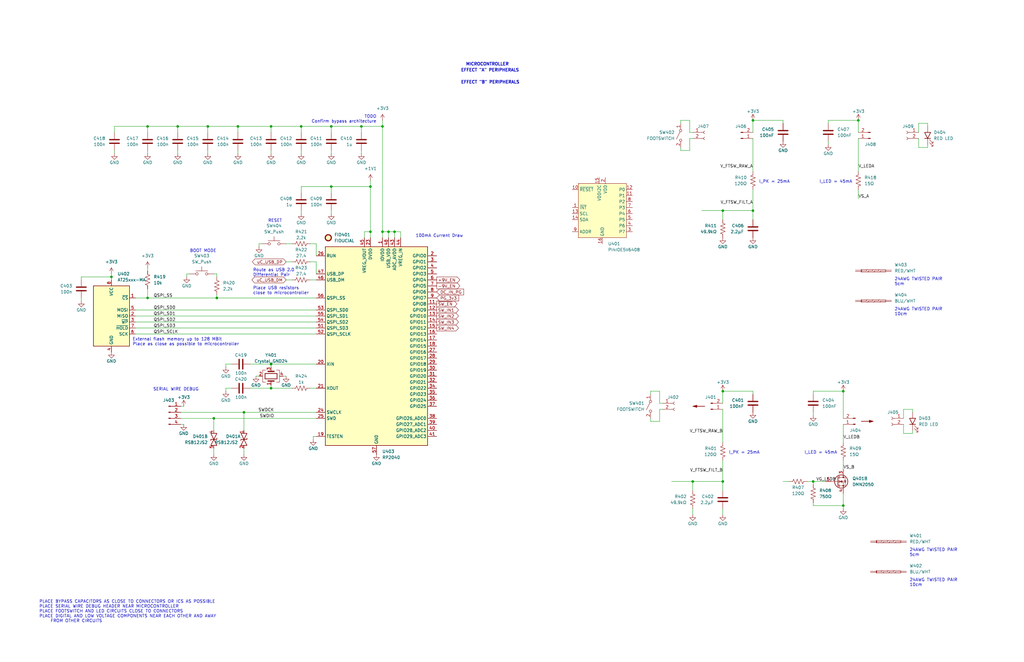
<source format=kicad_sch>
(kicad_sch (version 20230121) (generator eeschema)
  (paper "USLedger")
  (title_block (title "Baseboard") (date "2023-08-19") (rev "A") (company "Alessandro Rizzoni") (comment 1 "SCHEMATIC") (comment 2 "RELEASED") (comment 3 "AIR") (comment 4 "AIR"))
  (junction (at 91.44 125.73))
  (junction (at 317.5 50.8))
  (junction (at 304.8 203.2))
  (junction (at 304.8 88.9))
  (junction (at 114.3 153.67))
  (junction (at 156.21 78.74))
  (junction (at 46.99 116.84))
  (junction (at 166.37 97.79))
  (junction (at 161.29 53.34))
  (junction (at 342.9 203.2))
  (junction (at 317.5 88.9))
  (junction (at 62.23 125.73))
  (junction (at 62.23 53.34))
  (junction (at 74.93 53.34))
  (junction (at 304.8 165.1))
  (junction (at 139.7 78.74))
  (junction (at 87.63 53.34))
  (junction (at 127 53.34))
  (junction (at 355.6 165.1))
  (junction (at 90.17 176.53))
  (junction (at 114.3 163.83))
  (junction (at 152.4 53.34))
  (junction (at 292.1 203.2))
  (junction (at 102.87 173.99))
  (junction (at 156.21 97.79))
  (junction (at 100.33 53.34))
  (junction (at 355.6 213.36))
  (junction (at 361.95 50.8))
  (junction (at 114.3 53.34))
  (junction (at 161.29 97.79))
  (junction (at 139.7 53.34))
  (junction (at 163.83 97.79))
  (wire (pts (xy 133.35 173.99) (xy 102.87 173.99)))
  (wire (pts (xy 95.25 163.83) (xy 95.25 165.1)))
  (wire (pts (xy 153.67 97.79) (xy 156.21 97.79)))
  (wire (pts (xy 34.29 116.84) (xy 34.29 118.11)))
  (wire (pts (xy 391.16 62.23) (xy 387.35 62.23)))
  (wire (pts (xy 387.35 62.23) (xy 387.35 58.42)))
  (wire (pts (xy 120.65 118.11) (xy 123.19 118.11)))
  (wire (pts (xy 74.93 63.5) (xy 74.93 64.77)))
  (wire (pts (xy 74.93 53.34) (xy 74.93 55.88)))
  (wire (pts (xy 387.35 52.07) (xy 387.35 55.88)))
  (wire (pts (xy 127 88.9) (xy 127 90.17)))
  (wire (pts (xy 163.83 97.79) (xy 163.83 100.33)))
  (wire (pts (xy 278.13 170.18) (xy 278.13 165.1)))
  (wire (pts (xy 102.87 189.23) (xy 102.87 191.77)))
  (wire (pts (xy 133.35 110.49) (xy 133.35 115.57)))
  (wire (pts (xy 34.29 125.73) (xy 34.29 127)))
  (wire (pts (xy 87.63 53.34) (xy 87.63 55.88)))
  (wire (pts (xy 90.17 176.53) (xy 90.17 181.61)))
  (wire (pts (xy 119.38 158.75) (xy 120.65 158.75)))
  (wire (pts (xy 100.33 53.34) (xy 100.33 55.88)))
  (wire (pts (xy 76.2 171.45) (xy 77.47 171.45)))
  (wire (pts (xy 355.6 194.31) (xy 355.6 198.12)))
  (wire (pts (xy 391.16 53.34) (xy 391.16 52.07)))
  (wire (pts (xy 139.7 53.34) (xy 139.7 55.88)))
  (wire (pts (xy 127 53.34) (xy 114.3 53.34)))
  (wire (pts (xy 91.44 125.73) (xy 91.44 124.46)))
  (wire (pts (xy 274.32 177.8) (xy 278.13 177.8)))
  (wire (pts (xy 166.37 97.79) (xy 168.91 97.79)))
  (wire (pts (xy 153.67 100.33) (xy 153.67 97.79)))
  (wire (pts (xy 161.29 97.79) (xy 163.83 97.79)))
  (wire (pts (xy 109.22 102.87) (xy 109.22 104.14)))
  (wire (pts (xy 133.35 176.53) (xy 90.17 176.53)))
  (wire (pts (xy 317.5 50.8) (xy 330.2 50.8)))
  (wire (pts (xy 349.25 59.69) (xy 349.25 60.96)))
  (wire (pts (xy 132.08 184.15) (xy 132.08 185.42)))
  (wire (pts (xy 292.1 203.2) (xy 292.1 207.01)))
  (wire (pts (xy 91.44 125.73) (xy 133.35 125.73)))
  (wire (pts (xy 114.3 153.67) (xy 114.3 154.94)))
  (wire (pts (xy 304.8 88.9) (xy 295.91 88.9)))
  (wire (pts (xy 76.2 179.07) (xy 77.47 179.07)))
  (wire (pts (xy 304.8 203.2) (xy 292.1 203.2)))
  (wire (pts (xy 342.9 165.1) (xy 342.9 166.37)))
  (wire (pts (xy 304.8 88.9) (xy 304.8 92.71)))
  (wire (pts (xy 48.26 53.34) (xy 48.26 55.88)))
  (wire (pts (xy 120.65 102.87) (xy 123.19 102.87)))
  (wire (pts (xy 384.81 173.99) (xy 384.81 172.72)))
  (wire (pts (xy 317.5 50.8) (xy 317.5 55.88)))
  (wire (pts (xy 114.3 53.34) (xy 100.33 53.34)))
  (wire (pts (xy 381 172.72) (xy 381 176.53)))
  (wire (pts (xy 152.4 55.88) (xy 152.4 53.34)))
  (wire (pts (xy 127 53.34) (xy 127 55.88)))
  (wire (pts (xy 384.81 172.72) (xy 381 172.72)))
  (wire (pts (xy 130.81 118.11) (xy 133.35 118.11)))
  (wire (pts (xy 361.95 80.01) (xy 361.95 83.82)))
  (wire (pts (xy 133.35 102.87) (xy 133.35 107.95)))
  (wire (pts (xy 139.7 78.74) (xy 139.7 81.28)))
  (wire (pts (xy 279.4 170.18) (xy 278.13 170.18)))
  (wire (pts (xy 109.22 158.75) (xy 107.95 158.75)))
  (wire (pts (xy 384.81 181.61) (xy 384.81 182.88)))
  (wire (pts (xy 114.3 53.34) (xy 114.3 55.88)))
  (wire (pts (xy 130.81 102.87) (xy 133.35 102.87)))
  (wire (pts (xy 278.13 165.1) (xy 274.32 165.1)))
  (wire (pts (xy 152.4 63.5) (xy 152.4 64.77)))
  (wire (pts (xy 166.37 100.33) (xy 166.37 97.79)))
  (wire (pts (xy 57.15 130.81) (xy 133.35 130.81)))
  (wire (pts (xy 62.23 63.5) (xy 62.23 64.77)))
  (wire (pts (xy 355.6 213.36) (xy 355.6 214.63)))
  (wire (pts (xy 57.15 138.43) (xy 133.35 138.43)))
  (wire (pts (xy 97.79 153.67) (xy 95.25 153.67)))
  (wire (pts (xy 139.7 88.9) (xy 139.7 90.17)))
  (wire (pts (xy 161.29 97.79) (xy 161.29 100.33)))
  (wire (pts (xy 355.6 208.28) (xy 355.6 213.36)))
  (wire (pts (xy 139.7 53.34) (xy 127 53.34)))
  (wire (pts (xy 342.9 212.09) (xy 342.9 213.36)))
  (wire (pts (xy 57.15 125.73) (xy 62.23 125.73)))
  (wire (pts (xy 62.23 53.34) (xy 62.23 55.88)))
  (wire (pts (xy 156.21 97.79) (xy 156.21 100.33)))
  (wire (pts (xy 95.25 153.67) (xy 95.25 154.94)))
  (wire (pts (xy 102.87 173.99) (xy 76.2 173.99)))
  (wire (pts (xy 292.1 203.2) (xy 283.21 203.2)))
  (wire (pts (xy 161.29 50.8) (xy 161.29 53.34)))
  (wire (pts (xy 127 81.28) (xy 127 78.74)))
  (wire (pts (xy 317.5 58.42) (xy 317.5 72.39)))
  (wire (pts (xy 290.83 58.42) (xy 292.1 58.42)))
  (wire (pts (xy 139.7 63.5) (xy 139.7 64.77)))
  (wire (pts (xy 90.17 176.53) (xy 76.2 176.53)))
  (wire (pts (xy 317.5 88.9) (xy 304.8 88.9)))
  (wire (pts (xy 91.44 116.84) (xy 91.44 115.57)))
  (wire (pts (xy 304.8 194.31) (xy 304.8 203.2)))
  (wire (pts (xy 114.3 153.67) (xy 133.35 153.67)))
  (wire (pts (xy 46.99 116.84) (xy 34.29 116.84)))
  (wire (pts (xy 166.37 97.79) (xy 163.83 97.79)))
  (wire (pts (xy 355.6 179.07) (xy 355.6 186.69)))
  (wire (pts (xy 361.95 58.42) (xy 361.95 72.39)))
  (wire (pts (xy 91.44 115.57) (xy 90.17 115.57)))
  (wire (pts (xy 62.23 121.92) (xy 62.23 125.73)))
  (wire (pts (xy 317.5 165.1) (xy 317.5 166.37)))
  (wire (pts (xy 46.99 116.84) (xy 46.99 118.11)))
  (wire (pts (xy 62.23 125.73) (xy 91.44 125.73)))
  (wire (pts (xy 48.26 63.5) (xy 48.26 64.77)))
  (wire (pts (xy 57.15 140.97) (xy 133.35 140.97)))
  (wire (pts (xy 355.6 165.1) (xy 355.6 176.53)))
  (wire (pts (xy 361.95 50.8) (xy 349.25 50.8)))
  (wire (pts (xy 78.74 115.57) (xy 78.74 116.84)))
  (wire (pts (xy 127 78.74) (xy 139.7 78.74)))
  (wire (pts (xy 274.32 176.53) (xy 274.32 177.8)))
  (wire (pts (xy 391.16 52.07) (xy 387.35 52.07)))
  (wire (pts (xy 168.91 100.33) (xy 168.91 97.79)))
  (wire (pts (xy 292.1 55.88) (xy 290.83 55.88)))
  (wire (pts (xy 114.3 63.5) (xy 114.3 64.77)))
  (wire (pts (xy 105.41 163.83) (xy 114.3 163.83)))
  (wire (pts (xy 152.4 53.34) (xy 139.7 53.34)))
  (wire (pts (xy 114.3 153.67) (xy 105.41 153.67)))
  (wire (pts (xy 114.3 162.56) (xy 114.3 163.83)))
  (wire (pts (xy 304.8 165.1) (xy 304.8 170.18)))
  (wire (pts (xy 74.93 53.34) (xy 62.23 53.34)))
  (wire (pts (xy 274.32 165.1) (xy 274.32 166.37)))
  (wire (pts (xy 120.65 110.49) (xy 123.19 110.49)))
  (wire (pts (xy 57.15 135.89) (xy 133.35 135.89)))
  (wire (pts (xy 139.7 78.74) (xy 156.21 78.74)))
  (wire (pts (xy 100.33 63.5) (xy 100.33 64.77)))
  (wire (pts (xy 156.21 76.2) (xy 156.21 78.74)))
  (wire (pts (xy 46.99 115.57) (xy 46.99 116.84)))
  (wire (pts (xy 342.9 203.2) (xy 347.98 203.2)))
  (wire (pts (xy 130.81 110.49) (xy 133.35 110.49)))
  (wire (pts (xy 287.02 63.5) (xy 290.83 63.5)))
  (wire (pts (xy 304.8 172.72) (xy 304.8 186.69)))
  (wire (pts (xy 290.83 50.8) (xy 287.02 50.8)))
  (wire (pts (xy 342.9 213.36) (xy 355.6 213.36)))
  (wire (pts (xy 381 182.88) (xy 381 179.07)))
  (wire (pts (xy 317.5 80.01) (xy 317.5 88.9)))
  (wire (pts (xy 87.63 53.34) (xy 74.93 53.34)))
  (wire (pts (xy 278.13 172.72) (xy 279.4 172.72)))
  (wire (pts (xy 161.29 97.79) (xy 161.29 53.34)))
  (wire (pts (xy 287.02 50.8) (xy 287.02 52.07)))
  (wire (pts (xy 87.63 63.5) (xy 87.63 64.77)))
  (wire (pts (xy 304.8 203.2) (xy 304.8 207.01)))
  (wire (pts (xy 130.81 163.83) (xy 133.35 163.83)))
  (wire (pts (xy 57.15 133.35) (xy 133.35 133.35)))
  (wire (pts (xy 330.2 50.8) (xy 330.2 52.07)))
  (wire (pts (xy 90.17 189.23) (xy 90.17 191.77)))
  (wire (pts (xy 278.13 177.8) (xy 278.13 172.72)))
  (wire (pts (xy 349.25 50.8) (xy 349.25 52.07)))
  (wire (pts (xy 342.9 203.2) (xy 342.9 204.47)))
  (wire (pts (xy 80.01 115.57) (xy 78.74 115.57)))
  (wire (pts (xy 62.23 53.34) (xy 48.26 53.34)))
  (wire (pts (xy 127 63.5) (xy 127 64.77)))
  (wire (pts (xy 100.33 53.34) (xy 87.63 53.34)))
  (wire (pts (xy 287.02 62.23) (xy 287.02 63.5)))
  (wire (pts (xy 290.83 55.88) (xy 290.83 50.8)))
  (wire (pts (xy 114.3 163.83) (xy 123.19 163.83)))
  (wire (pts (xy 133.35 184.15) (xy 132.08 184.15)))
  (wire (pts (xy 95.25 163.83) (xy 97.79 163.83)))
  (wire (pts (xy 290.83 63.5) (xy 290.83 58.42)))
  (wire (pts (xy 304.8 214.63) (xy 304.8 217.17)))
  (wire (pts (xy 156.21 78.74) (xy 156.21 97.79)))
  (wire (pts (xy 330.2 203.2) (xy 332.74 203.2)))
  (wire (pts (xy 292.1 214.63) (xy 292.1 217.17)))
  (wire (pts (xy 355.6 165.1) (xy 342.9 165.1)))
  (wire (pts (xy 391.16 60.96) (xy 391.16 62.23)))
  (wire (pts (xy 361.95 50.8) (xy 361.95 55.88)))
  (wire (pts (xy 62.23 113.03) (xy 62.23 114.3)))
  (wire (pts (xy 340.36 203.2) (xy 342.9 203.2)))
  (wire (pts (xy 304.8 165.1) (xy 317.5 165.1)))
  (wire (pts (xy 102.87 173.99) (xy 102.87 181.61)))
  (wire (pts (xy 317.5 88.9) (xy 317.5 92.71)))
  (wire (pts (xy 342.9 173.99) (xy 342.9 175.26)))
  (wire (pts (xy 110.49 102.87) (xy 109.22 102.87)))
  (wire (pts (xy 161.29 53.34) (xy 152.4 53.34)))
  (wire (pts (xy 384.81 182.88) (xy 381 182.88)))
  (text "EFFECT \"B\" PERIPHERALS" (at 194.31 35.56 0) (effects (font (size 1.27 1.27) (thickness 0.254) bold) (justify left bottom)))
  (text "SERIAL WIRE DEBUG" (at 83.82 165.1 0) (effects (font (size 1.27 1.27)) (justify right bottom)))
  (text "TODO\nConfirm bypass architecture" (at 158.75 52.07 0) (effects (font (size 1.27 1.27)) (justify right bottom)))
  (text "100mA Current Draw" (at 175.26 100.33 0) (effects (font (size 1.27 1.27)) (justify left bottom)))
  (text "I_PK = 25mA" (at 307.34 191.77 0) (effects (font (size 1.27 1.27)) (justify left bottom)))
  (text "I_LED = 45mA" (at 353.06 191.77 0) (effects (font (size 1.27 1.27)) (justify right bottom)))
  (text "RESET" (at 113.03 93.98 0) (effects (font (size 1.27 1.27)) (justify left bottom)))
  (text "PLACE BYPASS CAPACITORS AS CLOSE TO CONNECTORS OR ICS AS POSSIBLE\nPLACE SERIAL WIRE DEBUG HEADER NEAR MICROCONTROLLER\nPLACE FOOTSWITCH AND LED CIRCUITS CLOSE TO CONNECTORS\nPLACE DIGITAL AND LOW VOLTAGE COMPONENTS NEAR EACH OTHER AND AWAY\n	FROM OTHER CIRCUITS\n" (at 16.51 262.89 0) (effects (font (size 1.27 1.27)) (justify left bottom)))
  (text "Route as USB 2.0\nDifferential Pair" (at 106.68 116.84 0) (effects (font (size 1.27 1.27)) (justify left bottom)))
  (text "I_PK = 25mA" (at 320.04 77.47 0) (effects (font (size 1.27 1.27)) (justify left bottom)))
  (text "MICROCONTROLLER" (at 214.63 27.94 0) (effects (font (size 1.27 1.27) bold) (justify right bottom)))
  (text "24AWG TWISTED PAIR\n10cm" (at 377.19 133.35 0) (effects (font (size 1.27 1.27)) (justify left bottom)))
  (text "EFFECT \"A\" PERIPHERALS" (at 194.31 30.48 0) (effects (font (size 1.27 1.27) (thickness 0.254) bold) (justify left bottom)))
  (text "24AWG TWISTED PAIR\n5cm" (at 377.19 120.65 0) (effects (font (size 1.27 1.27)) (justify left bottom)))
  (text "24AWG TWISTED PAIR\n10cm" (at 383.54 247.65 0) (effects (font (size 1.27 1.27)) (justify left bottom)))
  (text "Place USB resistors\nclose to microcontroller" (at 106.68 124.46 0) (effects (font (size 1.27 1.27)) (justify left bottom)))
  (text "24AWG TWISTED PAIR\n5cm" (at 383.54 234.95 0) (effects (font (size 1.27 1.27)) (justify left bottom)))
  (text "I_LED = 45mA" (at 359.41 77.47 0) (effects (font (size 1.27 1.27)) (justify right bottom)))
  (text "External flash memory up to 128 MBit\nPlace as close as possible to microcontroller" (at 55.88 146.05 0) (effects (font (size 1.27 1.27)) (justify left bottom)))
  (text "BOOT MODE" (at 80.01 106.68 0) (effects (font (size 1.27 1.27)) (justify left bottom)))
  (label "V_FTSW_RAW_B" (at 304.8 182.88 180))
  (label "QSPI_SD3" (at 64.77 138.43 0))
  (label "QSPI_SCLK" (at 64.77 140.97 0))
  (label "SWDIO" (at 115.57 176.53 180))
  (label "VS_B" (at 355.6 198.12 0))
  (label "V_FTSW_FILT_B" (at 304.8 199.39 180))
  (label "QSPI_SD1" (at 64.77 133.35 0))
  (label "VS_A" (at 361.95 83.82 0))
  (label "V_LEDA" (at 361.95 71.12 0))
  (label "QSPI_SD2" (at 64.77 135.89 0))
  (label "V_FTSW_RAW_A" (at 317.5 71.12 180))
  (label "V_LEDB" (at 355.6 185.42 0))
  (label "QSPI_SS" (at 64.77 125.73 0))
  (label "VG_LEDB" (at 344.17 203.2 0))
  (label "V_FTSW_FILT_A" (at 317.5 86.36 180))
  (label "SWDCK" (at 115.57 173.99 180))
  (label "QSPI_SD0" (at 64.77 130.81 0))
  (global_label "SW_IN2" (shape output) (at 184.15 133.35 0) (property "Intersheetrefs" "${INTERSHEET_REFS}" (effects hide)))
  (global_label "SW_IN4" (shape output) (at 184.15 138.43 0) (property "Intersheetrefs" "${INTERSHEET_REFS}" (effects hide)))
  (global_label "+9V_EN" (shape output) (at 184.15 118.11 0) (property "Intersheetrefs" "${INTERSHEET_REFS}" (effects hide)))
  (global_label "uC_USB_DP" (shape bidirectional) (at 120.65 110.49 180) (property "Intersheetrefs" "${INTERSHEET_REFS}" (effects hide)))
  (global_label "SW_IN3" (shape output) (at 184.15 135.89 0) (property "Intersheetrefs" "${INTERSHEET_REFS}" (effects hide)))
  (global_label "PG_3v3" (shape input) (at 184.15 125.73 0) (property "Intersheetrefs" "${INTERSHEET_REFS}" (effects hide)))
  (global_label "uC_USB_DM" (shape bidirectional) (at 120.65 118.11 180) (property "Intersheetrefs" "${INTERSHEET_REFS}" (effects hide)))
  (global_label "SW_IN1" (shape output) (at 184.15 130.81 0) (property "Intersheetrefs" "${INTERSHEET_REFS}" (effects hide)))
  (global_label "~{SW_EN}" (shape output) (at 184.15 128.27 0) (property "Intersheetrefs" "${INTERSHEET_REFS}" (effects hide)))
  (global_label "DC_IN_PG" (shape input) (at 184.15 123.19 0) (property "Intersheetrefs" "${INTERSHEET_REFS}" (effects hide)))
  (global_label "-9V_EN" (shape output) (at 184.15 120.65 0) (property "Intersheetrefs" "${INTERSHEET_REFS}" (effects hide)))
  (symbol (lib_id "Device:C") (at 100.33 59.69 0) (mirror y) (unit 1)
    (property "Reference" "C414" (at 96.52 58.42 0) (effects (justify left)))
    (property "Value" "100n" (at 96.52 60.96 0) (effects (justify left)))
    (instances (project "baseboard" (path "" (reference "C414") (unit 1))) (project "ErgoDUE" (path "" (reference "C111") (unit 1)) (path "" (reference "C201") (unit 1)) (path "" (reference "C401") (unit 1)) (path "" (reference "C1007") (unit 1))) (project "microcontroller" (path "" (reference "C111") (unit 1))))
  )
  (symbol (lib_id "power:GND") (at 139.7 64.77 0) (mirror y) (unit 1)
    (property "Reference" "#PWR0444" (effects hide))
    (property "Value" "GND" (at 139.7 68.58 0))
    (instances (project "baseboard" (path "" (reference "#PWR0444") (unit 1))) (project "ErgoDUE" (path "" (reference "#PWR0132") (unit 1)) (path "" (reference "#PWR0204") (unit 1)) (path "" (reference "#PWR0403") (unit 1)) (path "" (reference "#PWR01019") (unit 1))) (project "microcontroller" (path "" (reference "#PWR0132") (unit 1))))
  )
  (symbol (lib_id "power:GND") (at 34.29 127 0) (unit 1)
    (property "Reference" "#PWR0404" (effects hide))
    (property "Value" "GND" (at 34.29 130.81 0))
    (instances (project "baseboard" (path "" (reference "#PWR0404") (unit 1))) (project "ErgoDUE" (path "" (reference "#PWR0116") (unit 1)) (path "" (reference "#PWR01002") (unit 1))) (project "microcontroller" (path "" (reference "#PWR0116") (unit 1))))
  )
  (symbol (lib_id "power:GND") (at 114.3 64.77 0) (mirror y) (unit 1)
    (property "Reference" "#PWR0448" (effects hide))
    (property "Value" "GND" (at 114.3 68.58 0))
    (instances (project "baseboard" (path "" (reference "#PWR0448") (unit 1))) (project "ErgoDUE" (path "" (reference "#PWR0135") (unit 1)) (path "" (reference "#PWR0211") (unit 1)) (path "" (reference "#PWR0408") (unit 1)) (path "" (reference "#PWR01023") (unit 1))) (project "microcontroller" (path "" (reference "#PWR0135") (unit 1))))
  )
  (symbol (lib_id "Library:Twisted_Pair") (at 374.65 228.6 0) (unit 1) (on_board no)
    (property "Reference" "W401" (at 383.54 226.06 0) (effects (justify left)))
    (property "Value" "RED/WHT" (at 383.54 228.6 0) (effects (justify left)))
    (property "Footprint" "N/A" (effects hide))
    (property "Datasheet" "http://www.asapwire.com/ProductDetails.asp?ProductCode=UL1007%2D24%2DXXTP1%2D0500" (effects hide))
    (property "Sim.Enable" "0" (effects hide))
    (property "Manufacturer" "ASAP Wire" (effects hide))
    (property "Part Number" "UL1007 UL1569 CSA-TR64 24 AWG (7/30) " (effects hide))
  )
  (symbol (lib_id "Device:C") (at 48.26 59.69 0) (mirror y) (unit 1)
    (property "Reference" "C418" (at 44.45 58.42 0) (effects (justify left)))
    (property "Value" "100n" (at 44.45 60.96 0) (effects (justify left)))
    (instances (project "baseboard" (path "" (reference "C418") (unit 1))) (project "ErgoDUE" (path "" (reference "C115") (unit 1)) (path "" (reference "C201") (unit 1)) (path "" (reference "C401") (unit 1)) (path "" (reference "C1011") (unit 1))) (project "microcontroller" (path "" (reference "C115") (unit 1))))
  )
  (symbol (lib_id "power:GND") (at 127 90.17 0) (mirror y) (unit 1)
    (property "Reference" "#PWR0437" (effects hide))
    (property "Value" "GND" (at 127 93.98 0))
    (instances (project "baseboard" (path "" (reference "#PWR0437") (unit 1))) (project "ErgoDUE" (path "" (reference "#PWR0125") (unit 1)) (path "" (reference "#PWR0201") (unit 1)) (path "" (reference "#PWR0401") (unit 1)) (path "" (reference "#PWR01012") (unit 1))) (project "microcontroller" (path "" (reference "#PWR0125") (unit 1))))
  )
  (symbol (lib_id "power:+3V3") (at 62.23 113.03 0) (unit 1)
    (property "Reference" "#PWR0428" (effects hide))
    (property "Value" "+3V3" (at 62.23 107.95 0))
    (instances (project "baseboard" (path "" (reference "#PWR0428") (unit 1))) (project "ErgoDUE" (path "" (reference "#PWR0117") (unit 1)) (path "" (reference "#PWR01003") (unit 1))) (project "microcontroller" (path "" (reference "#PWR0117") (unit 1))))
  )
  (symbol (lib_id "power:+1V1") (at 156.21 76.2 0) (unit 1)
    (property "Reference" "#PWR0440" (effects hide))
    (property "Value" "+1V1" (at 156.21 71.12 0))
    (instances (project "baseboard" (path "" (reference "#PWR0440") (unit 1))) (project "ErgoDUE" (path "" (reference "#PWR0128") (unit 1)) (path "" (reference "#PWR01015") (unit 1))) (project "microcontroller" (path "" (reference "#PWR0128") (unit 1))))
  )
  (symbol (lib_id "Connector:Conn_01x02_Pin") (at 299.72 172.72 0) (mirror x) (unit 1)
    (property "Reference" "J401" (at 299.72 167.64 0))
    (property "Value" "6-440054-2" (effects hide))
    (property "Footprint" "Library:TE_HPI_2.0MM_PITCH_MALE_HEADER_2POS" (effects hide))
    (property "Datasheet" "https://www.te.com/commerce/DocumentDelivery/DDEController?Action=srchrtrv&DocNm=1-1773713-2_HPI_QRG_EN&DocType=Data+Sheet&DocLang=English&DocFormat=pdf&PartCntxt=6-440054-2" (effects hide))
    (property "Manufacturer" "TE Connectivity AMP Connectors" (effects hide))
    (property "Part Number" "6-440054-2" (effects hide))
    (property "Sim.Enable" "0" (effects hide))
  )
  (symbol (lib_id "Switch:SW_Push") (at 85.09 115.57 0) (unit 1)
    (property "Reference" "SW403" (at 85.09 107.95 0))
    (property "Value" "SW_Push" (at 85.09 110.49 0))
    (instances (project "baseboard" (path "" (reference "SW403") (unit 1))) (project "ErgoDUE" (path "" (reference "SW101") (unit 1)) (path "" (reference "SW1001") (unit 1))) (project "microcontroller" (path "" (reference "SW101") (unit 1))))
  )
  (symbol (lib_id "Device:R_US") (at 336.55 203.2 90) (unit 1)
    (property "Reference" "R407" (at 336.55 205.74 90))
    (property "Value" "120Ω" (at 336.55 208.28 90))
    (property "Footprint" "Resistor_SMD:R_0402_1005Metric" (effects hide))
    (property "Datasheet" "https://www.koaspeer.com/pdfs/RK73H.pdf" (effects hide))
    (property "Manufacturer" "KOA Speer Electronics" (effects hide))
    (property "Part Number" "RK73H1ETTP1200F" (effects hide))
    (property "Sim.Enable" "0" (effects hide))
    (instances (project "baseboard" (path "" (reference "R407") (unit 1))) (project "power" (path "" (reference "R18") (unit 1))))
  )
  (symbol (lib_id "Device:R_US") (at 127 102.87 90) (unit 1)
    (property "Reference" "R421" (at 127 97.79 90))
    (property "Value" "2.2k" (at 127 100.33 90))
    (instances (project "baseboard" (path "" (reference "R421") (unit 1))) (project "ErgoDUE" (path "" (reference "R111") (unit 1)) (path "" (reference "R1003") (unit 1))) (project "microcontroller" (path "" (reference "R111") (unit 1))))
  )
  (symbol (lib_id "Mechanical:Fiducial") (at 138.43 100.33 0) (unit 1)
    (property "Reference" "FID401" (at 140.97 99.06 0) (effects (justify left)))
    (property "Value" "FIDUCIAL" (at 140.97 101.6 0) (effects (justify left)))
    (property "Footprint" "Fiducial:Fiducial_0.5mm_Mask1mm" (effects hide))
    (property "Datasheet" "N/A" (effects hide))
    (property "Manufacturer" "N/A" (effects hide))
    (property "Part Number" "N/A" (effects hide))
  )
  (symbol (lib_id "Connector:Conn_01x02_Pin") (at 367.03 58.42 180) (unit 1)
    (property "Reference" "J408" (at 367.03 60.96 0))
    (property "Value" "6-440054-2" (effects hide))
    (property "Footprint" "Library:TE_HPI_2.0MM_PITCH_MALE_HEADER_2POS" (effects hide))
    (property "Datasheet" "https://www.te.com/commerce/DocumentDelivery/DDEController?Action=srchrtrv&DocNm=1-1773713-2_HPI_QRG_EN&DocType=Data+Sheet&DocLang=English&DocFormat=pdf&PartCntxt=6-440054-2" (effects hide))
    (property "Manufacturer" "TE Connectivity AMP Connectors" (effects hide))
    (property "Part Number" "6-440054-2" (effects hide))
    (property "Sim.Enable" "0" (effects hide))
  )
  (symbol (lib_id "power:+3V3") (at 161.29 50.8 0) (mirror y) (unit 1)
    (property "Reference" "#PWR0442" (effects hide))
    (property "Value" "+3V3" (at 161.29 45.72 0))
    (instances (project "baseboard" (path "" (reference "#PWR0442") (unit 1))) (project "ErgoDUE" (path "" (reference "#PWR0130") (unit 1)) (path "" (reference "#PWR01017") (unit 1))) (project "microcontroller" (path "" (reference "#PWR0130") (unit 1))))
  )
  (symbol (lib_id "Device:C") (at 317.5 96.52 180) (unit 1)
    (property "Reference" "C406" (at 313.69 95.25 0) (effects (justify left)))
    (property "Value" "2.2μF" (at 313.69 97.79 0) (effects (justify left)))
    (property "Footprint" "Capacitor_SMD:C_0603_1608Metric" (effects hide))
    (property "Datasheet" "https://search.murata.co.jp/Ceramy/image/img/A01X/G101/ENG/GRM188R61H225KE11-01.pdf" (effects hide))
    (property "Manufacturer" "Murata" (effects hide))
    (property "Part Number" "GRM188Z71E225KE43D" (effects hide))
    (property "Sim.Enable" "0" (effects hide))
    (instances (project "baseboard" (path "" (reference "C406") (unit 1))) (project "power" (path "" (reference "C1") (unit 1))))
  )
  (symbol (lib_id "Device:C") (at 317.5 170.18 180) (unit 1)
    (property "Reference" "C401" (at 313.69 168.91 0) (effects (justify left)))
    (property "Value" "100nF" (at 313.69 171.45 0) (effects (justify left)))
    (property "Footprint" "Capacitor_SMD:C_0402_1005Metric" (effects hide))
    (property "Datasheet" "https://search.murata.co.jp/Ceramy/image/img/A01X/G101/ENG/GRM155R61H104KE19-01A.pdf" (effects hide))
    (property "Manufacturer" "Murata" (effects hide))
    (property "Part Number" "GRM188C71E225KE11D" (effects hide))
    (property "Sim.Enable" "0" (effects hide))
    (instances (project "baseboard" (path "" (reference "C401") (unit 1))) (project "power" (path "" (reference "C30") (unit 1))))
  )
  (symbol (lib_id "Device:R_US") (at 127 118.11 90) (unit 1)
    (property "Reference" "R423" (at 127 113.03 90))
    (property "Value" "27.4" (at 127 115.57 90))
    (instances (project "baseboard" (path "" (reference "R423") (unit 1))) (project "ErgoDUE" (path "" (reference "R113") (unit 1)) (path "" (reference "R1005") (unit 1))) (project "microcontroller" (path "" (reference "R113") (unit 1))))
  )
  (symbol (lib_id "power:GND") (at 158.75 191.77 0) (unit 1)
    (property "Reference" "#PWR0441" (effects hide))
    (property "Value" "GND" (at 158.75 195.58 0))
    (instances (project "baseboard" (path "" (reference "#PWR0441") (unit 1))) (project "ErgoDUE" (path "" (reference "#PWR0129") (unit 1)) (path "" (reference "#PWR01016") (unit 1))) (project "microcontroller" (path "" (reference "#PWR0129") (unit 1))))
  )
  (symbol (lib_id "power:GND") (at 304.8 100.33 0) (mirror y) (unit 1)
    (property "Reference" "#PWR0422" (effects hide))
    (property "Value" "GND" (at 304.8 104.14 0))
  )
  (symbol (lib_id "Device:R_US") (at 317.5 76.2 0) (mirror y) (unit 1)
    (property "Reference" "R410" (at 314.96 74.93 0) (effects (justify left)))
    (property "Value" "120Ω" (at 314.96 77.47 0) (effects (justify left)))
    (property "Footprint" "Resistor_SMD:R_0402_1005Metric" (effects hide))
    (property "Datasheet" "https://www.koaspeer.com/pdfs/RK73H.pdf" (effects hide))
    (property "Manufacturer" "KOA Speer Electronics" (effects hide))
    (property "Part Number" "RK73H1ETTP1200F" (effects hide))
    (property "Sim.Enable" "0" (effects hide))
    (instances (project "baseboard" (path "" (reference "R410") (unit 1))) (project "power" (path "" (reference "R18") (unit 1))))
  )
  (symbol (lib_id "Device:C") (at 127 59.69 0) (mirror y) (unit 1)
    (property "Reference" "C412" (at 123.19 58.42 0) (effects (justify left)))
    (property "Value" "100n" (at 123.19 60.96 0) (effects (justify left)))
    (instances (project "baseboard" (path "" (reference "C412") (unit 1))) (project "ErgoDUE" (path "" (reference "C109") (unit 1)) (path "" (reference "C201") (unit 1)) (path "" (reference "C401") (unit 1)) (path "" (reference "C1005") (unit 1))) (project "microcontroller" (path "" (reference "C109") (unit 1))))
  )
  (symbol (lib_id "power:GND") (at 46.99 148.59 0) (unit 1)
    (property "Reference" "#PWR0411" (effects hide))
    (property "Value" "GND" (at 46.99 152.4 0))
    (instances (project "baseboard" (path "" (reference "#PWR0411") (unit 1))) (project "ErgoDUE" (path "" (reference "#PWR0116") (unit 1)) (path "" (reference "#PWR01002") (unit 1))) (project "microcontroller" (path "" (reference "#PWR0116") (unit 1))))
  )
  (symbol (lib_id "Library:ROHM_RSB12JS2") (at 90.17 185.42 90) (mirror x) (unit 2)
    (property "Reference" "D401" (at 87.63 184.15 90) (effects (justify left)))
    (property "Value" "RSB12JS2" (at 87.63 186.69 90) (effects (justify left)))
    (property "Footprint" "Library:RSB12JS2" (effects hide))
    (property "Datasheet" "https://fscdn.rohm.com/en/products/databook/datasheet/discrete/diode/zener/rsb12js2.pdf" (effects hide))
    (property "Sim.Enable" "0" (effects hide))
    (property "Part Number" "RSB10JS2" (effects hide))
    (property "Manufacturer" "Rohm" (effects hide))
  )
  (symbol (lib_id "Device:Q_Dual_NMOS_S1G1D2S2G2D1") (at 353.06 203.2 0) (unit 2)
    (property "Reference" "Q401" (at 359.41 201.93 0) (effects (justify left)))
    (property "Value" "DMN2050" (at 359.41 204.47 0) (effects (justify left)))
    (property "Footprint" "Library:DMN2050LFDB" (effects hide))
    (property "Datasheet" "https://www.diodes.com/assets/Datasheets/DMN2050LFDB.pdf" (effects hide))
    (property "Manufacturer" "Diodes Incorporated" (effects hide))
    (property "Part Number" "DMN2050LFDB-13" (effects hide))
    (property "Sim.Enable" "0" (effects hide))
  )
  (symbol (lib_id "Library:ROHM_RSB12JS2") (at 102.87 185.42 90) (mirror x) (unit 1)
    (property "Reference" "D401" (at 95.25 184.15 90) (effects (justify right)))
    (property "Value" "RSB12JS2" (at 100.33 186.69 90) (effects (justify left)))
    (property "Footprint" "Library:RSB12JS2" (effects hide))
    (property "Datasheet" "https://fscdn.rohm.com/en/products/databook/datasheet/discrete/diode/zener/rsb12js2.pdf" (effects hide))
    (property "Sim.Enable" "0" (effects hide))
    (property "Part Number" "RSB10JS2" (effects hide))
    (property "Manufacturer" "Rohm" (effects hide))
  )
  (symbol (lib_id "power:GND") (at 304.8 217.17 0) (mirror y) (unit 1)
    (property "Reference" "#PWR0403" (effects hide))
    (property "Value" "GND" (at 304.8 220.98 0))
  )
  (symbol (lib_id "power:+3V3") (at 77.47 171.45 0) (unit 1)
    (property "Reference" "#PWR0414" (effects hide))
    (property "Value" "+3V3" (at 77.47 167.64 0))
  )
  (symbol (lib_id "power:GND") (at 120.65 158.75 0) (unit 1)
    (property "Reference" "#PWR0436" (effects hide))
    (property "Value" "GND" (at 120.65 162.56 0))
    (instances (project "baseboard" (path "" (reference "#PWR0436") (unit 1))) (project "ErgoDUE" (path "" (reference "#PWR0124") (unit 1)) (path "" (reference "#PWR01011") (unit 1))) (project "microcontroller" (path "" (reference "#PWR0124") (unit 1))))
  )
  (symbol (lib_id "Library:PI4IOE5V6408") (at 254 90.17 0) (unit 1)
    (property "Reference" "U401" (at 256.373 102.87 0) (effects (justify left)))
    (property "Value" "PI4IOE5V6408" (at 256.373 105.41 0) (effects (justify left)))
    (property "Datasheet" "https://www.diodes.com/assets/Datasheets/PI4IOE5V6408.pdf" (effects hide))
  )
  (symbol (lib_id "power:GND") (at 102.87 191.77 0) (mirror y) (unit 1)
    (property "Reference" "#PWR0412" (effects hide))
    (property "Value" "GND" (at 102.87 195.58 0))
  )
  (symbol (lib_id "Device:C") (at 139.7 59.69 0) (mirror y) (unit 1)
    (property "Reference" "C411" (at 135.89 58.42 0) (effects (justify left)))
    (property "Value" "100n" (at 135.89 60.96 0) (effects (justify left)))
    (instances (project "baseboard" (path "" (reference "C411") (unit 1))) (project "ErgoDUE" (path "" (reference "C108") (unit 1)) (path "" (reference "C201") (unit 1)) (path "" (reference "C401") (unit 1)) (path "" (reference "C1004") (unit 1))) (project "microcontroller" (path "" (reference "C108") (unit 1))))
  )
  (symbol (lib_id "power:GND") (at 292.1 217.17 0) (mirror y) (unit 1)
    (property "Reference" "#PWR0405" (effects hide))
    (property "Value" "GND" (at 292.1 220.98 0))
  )
  (symbol (lib_id "Device:R_US") (at 304.8 190.5 0) (mirror y) (unit 1)
    (property "Reference" "R401" (at 302.26 189.23 0) (effects (justify left)))
    (property "Value" "120Ω" (at 302.26 191.77 0) (effects (justify left)))
    (property "Footprint" "Resistor_SMD:R_0402_1005Metric" (effects hide))
    (property "Datasheet" "https://www.koaspeer.com/pdfs/RK73H.pdf" (effects hide))
    (property "Manufacturer" "KOA Speer Electronics" (effects hide))
    (property "Part Number" "RK73H1ETTP1200F" (effects hide))
    (property "Sim.Enable" "0" (effects hide))
    (instances (project "baseboard" (path "" (reference "R401") (unit 1))) (project "power" (path "" (reference "R18") (unit 1))))
  )
  (symbol (lib_id "power:GND") (at 330.2 59.69 0) (mirror y) (unit 1)
    (property "Reference" "#PWR0419" (effects hide))
    (property "Value" "GND" (at 330.2 63.5 0))
  )
  (symbol (lib_id "power:GND") (at 87.63 64.77 0) (mirror y) (unit 1)
    (property "Reference" "#PWR0452" (effects hide))
    (property "Value" "GND" (at 87.63 68.58 0))
    (instances (project "baseboard" (path "" (reference "#PWR0452") (unit 1))) (project "ErgoDUE" (path "" (reference "#PWR0138") (unit 1)) (path "" (reference "#PWR0220") (unit 1)) (path "" (reference "#PWR0414") (unit 1)) (path "" (reference "#PWR01027") (unit 1))) (project "microcontroller" (path "" (reference "#PWR0138") (unit 1))))
  )
  (symbol (lib_id "Connector:Conn_01x02_Socket") (at 297.18 55.88 0) (unit 1) (in_bom no) (on_board no)
    (property "Reference" "J407" (at 296.545 53.34 0))
    (property "Value" "6-440129-2" (effects hide))
    (property "Footprint" "N/A" (effects hide))
    (property "Datasheet" "https://www.te.com/commerce/DocumentDelivery/DDEController?Action=srchrtrv&DocNm=1-1773713-2_HPI_QRG_EN&DocType=Data+Sheet&DocLang=English&DocFormat=pdf&PartCntxt=6-440129-2" (effects hide))
    (property "Manufacturer" "TE Connectivity AMP Connectors" (effects hide))
    (property "Part Number" "6-440129-2" (effects hide))
    (property "Sim.Enable" "0" (effects hide))
  )
  (symbol (lib_id "power:GND") (at 109.22 104.14 0) (unit 1)
    (property "Reference" "#PWR0434" (effects hide))
    (property "Value" "GND" (at 109.22 107.95 0))
    (instances (project "baseboard" (path "" (reference "#PWR0434") (unit 1))) (project "ErgoDUE" (path "" (reference "#PWR0122") (unit 1)) (path "" (reference "#PWR01009") (unit 1))) (project "microcontroller" (path "" (reference "#PWR0122") (unit 1))))
  )
  (symbol (lib_id "power:GND") (at 100.33 64.77 0) (mirror y) (unit 1)
    (property "Reference" "#PWR0451" (effects hide))
    (property "Value" "GND" (at 100.33 68.58 0))
    (instances (project "baseboard" (path "" (reference "#PWR0451") (unit 1))) (project "ErgoDUE" (path "" (reference "#PWR0137") (unit 1)) (path "" (reference "#PWR0216") (unit 1)) (path "" (reference "#PWR0411") (unit 1)) (path "" (reference "#PWR01026") (unit 1))) (project "microcontroller" (path "" (reference "#PWR0137") (unit 1))))
  )
  (symbol (lib_id "Device:C") (at 101.6 163.83 90) (mirror x) (unit 1)
    (property "Reference" "C420" (at 104.14 160.02 90) (effects (justify left)))
    (property "Value" "100n" (at 104.14 167.64 90) (effects (justify left)))
    (instances (project "baseboard" (path "" (reference "C420") (unit 1))) (project "ErgoDUE" (path "" (reference "C104") (unit 1)) (path "" (reference "C201") (unit 1)) (path "" (reference "C401") (unit 1)) (path "" (reference "C1002") (unit 1))) (project "microcontroller" (path "" (reference "C104") (unit 1))))
  )
  (symbol (lib_id "Device:C") (at 62.23 59.69 0) (mirror y) (unit 1)
    (property "Reference" "C417" (at 58.42 58.42 0) (effects (justify left)))
    (property "Value" "100n" (at 58.42 60.96 0) (effects (justify left)))
    (instances (project "baseboard" (path "" (reference "C417") (unit 1))) (project "ErgoDUE" (path "" (reference "C114") (unit 1)) (path "" (reference "C201") (unit 1)) (path "" (reference "C401") (unit 1)) (path "" (reference "C1010") (unit 1))) (project "microcontroller" (path "" (reference "C114") (unit 1))))
  )
  (symbol (lib_id "power:+3V3") (at 304.8 165.1 0) (mirror y) (unit 1)
    (property "Reference" "#PWR0402" (effects hide))
    (property "Value" "+3V3" (at 304.8 161.29 0))
  )
  (symbol (lib_id "Library:LED") (at 391.16 57.15 90) (unit 1)
    (property "Reference" "D404" (at 393.7 55.88 90) (effects (justify right)))
    (property "Value" "RED LED" (at 393.7 58.42 90) (effects (justify right)))
    (property "Footprint" "N/A" (effects hide))
    (property "Datasheet" "https://www.we-online.com/components/products/datasheet/151051RS11000.pdf" (effects hide))
    (property "Manufacturer" "Würth Elektronik" (effects hide))
    (property "Part Number" "151051RS11000" (effects hide))
    (property "Sim.Enable" "0" (effects hide))
  )
  (symbol (lib_id "MCU_RaspberryPi:RP2040") (at 158.75 146.05 0) (unit 1)
    (property "Reference" "U403" (at 161.1528 190.5 0) (effects (justify left)))
    (property "Value" "RP2040" (at 161.1528 193.04 0) (effects (justify left)))
    (property "Footprint" "Package_DFN_QFN:QFN-56-1EP_7x7mm_P0.4mm_EP3.2x3.2mm" (effects hide))
    (property "Datasheet" "https://datasheets.raspberrypi.com/rp2040/rp2040-datasheet.pdf" (effects hide))
    (instances (project "baseboard" (path "" (reference "U403") (unit 1))) (project "ErgoDUE" (path "" (reference "U103") (unit 1)) (path "" (reference "U1002") (unit 1))) (project "microcontroller" (path "" (reference "U103") (unit 1))))
  )
  (symbol (lib_id "Device:C") (at 127 85.09 0) (mirror y) (unit 1)
    (property "Reference" "C408" (at 123.19 83.82 0) (effects (justify left)))
    (property "Value" "1u" (at 123.19 86.36 0) (effects (justify left)))
    (instances (project "baseboard" (path "" (reference "C408") (unit 1))) (project "ErgoDUE" (path "" (reference "C125") (unit 1)) (path "" (reference "C201") (unit 1)) (path "" (reference "C401") (unit 1)) (path "" (reference "C1001") (unit 1))) (project "microcontroller" (path "" (reference "C125") (unit 1))))
  )
  (symbol (lib_id "power:GND") (at 317.5 100.33 0) (mirror y) (unit 1)
    (property "Reference" "#PWR0421" (effects hide))
    (property "Value" "GND" (at 317.5 104.14 0))
  )
  (symbol (lib_id "Device:C") (at 304.8 210.82 180) (unit 1)
    (property "Reference" "C402" (at 300.99 209.55 0) (effects (justify left)))
    (property "Value" "2.2μF" (at 300.99 212.09 0) (effects (justify left)))
    (property "Footprint" "Capacitor_SMD:C_0603_1608Metric" (effects hide))
    (property "Datasheet" "https://search.murata.co.jp/Ceramy/image/img/A01X/G101/ENG/GRM188R61H225KE11-01.pdf" (effects hide))
    (property "Manufacturer" "Murata" (effects hide))
    (property "Part Number" "GRM188Z71E225KE43D" (effects hide))
    (property "Sim.Enable" "0" (effects hide))
    (instances (project "baseboard" (path "" (reference "C402") (unit 1))) (project "power" (path "" (reference "C1") (unit 1))))
  )
  (symbol (lib_id "Device:C") (at 87.63 59.69 0) (mirror y) (unit 1)
    (property "Reference" "C415" (at 83.82 58.42 0) (effects (justify left)))
    (property "Value" "100n" (at 83.82 60.96 0) (effects (justify left)))
    (instances (project "baseboard" (path "" (reference "C415") (unit 1))) (project "ErgoDUE" (path "" (reference "C112") (unit 1)) (path "" (reference "C201") (unit 1)) (path "" (reference "C401") (unit 1)) (path "" (reference "C1008") (unit 1))) (project "microcontroller" (path "" (reference "C112") (unit 1))))
  )
  (symbol (lib_id "Connector:Conn_01x04_Pin") (at 71.12 173.99 0) (unit 1)
    (property "Reference" "J403" (at 71.12 168.91 0))
    (property "Value" "2x2 PIN HEADER" (effects hide))
    (property "Footprint" "Connector_PinHeader_2.54mm:PinHeader_2x02_P2.54mm_Vertical_SMD" (effects hide))
    (property "Datasheet" "https://s3.amazonaws.com/catalogspreads-pdf/PAGE112-113%20.100%20MALE%20HDR.pdf" (effects hide))
    (property "Sim.Enable" "0" (effects hide))
    (property "Manufacturer" "Sullins Connector Solutions" (effects hide))
    (property "Part Number" "GEC02DABN-M30" (effects hide))
  )
  (symbol (lib_id "Device:R_US") (at 62.23 118.11 0) (unit 1)
    (property "Reference" "R419" (at 64.77 116.84 0) (effects (justify left)))
    (property "Value" "10k" (at 64.77 119.38 0) (effects (justify left)))
    (instances (project "baseboard" (path "" (reference "R419") (unit 1))) (project "ErgoDUE" (path "" (reference "R109") (unit 1)) (path "" (reference "R302") (unit 1)) (path "" (reference "R1001") (unit 1))) (project "microcontroller" (path "" (reference "R109") (unit 1))))
  )
  (symbol (lib_id "power:GND") (at 90.17 191.77 0) (mirror y) (unit 1)
    (property "Reference" "#PWR0413" (effects hide))
    (property "Value" "GND" (at 90.17 195.58 0))
  )
  (symbol (lib_id "Device:R_US") (at 127 163.83 90) (unit 1)
    (property "Reference" "R424" (at 127 158.75 90))
    (property "Value" "1k" (at 127 161.29 90))
    (instances (project "baseboard" (path "" (reference "R424") (unit 1))) (project "ErgoDUE" (path "" (reference "R114") (unit 1)) (path "" (reference "R1006") (unit 1))) (project "microcontroller" (path "" (reference "R114") (unit 1))))
  )
  (symbol (lib_id "Library:Twisted_Pair") (at 368.3 114.3 0) (unit 1) (on_board no)
    (property "Reference" "W403" (at 377.19 111.76 0) (effects (justify left)))
    (property "Value" "RED/WHT" (at 377.19 114.3 0) (effects (justify left)))
    (property "Footprint" "N/A" (effects hide))
    (property "Datasheet" "http://www.asapwire.com/ProductDetails.asp?ProductCode=UL1007%2D24%2DXXTP1%2D0500" (effects hide))
    (property "Sim.Enable" "0" (effects hide))
    (property "Manufacturer" "ASAP Wire" (effects hide))
    (property "Part Number" "UL1007 UL1569 CSA-TR64 24 AWG (7/30) " (effects hide))
  )
  (symbol (lib_id "power:GND") (at 127 64.77 0) (mirror y) (unit 1)
    (property "Reference" "#PWR0445" (effects hide))
    (property "Value" "GND" (at 127 68.58 0))
    (instances (project "baseboard" (path "" (reference "#PWR0445") (unit 1))) (project "ErgoDUE" (path "" (reference "#PWR0133") (unit 1)) (path "" (reference "#PWR0207") (unit 1)) (path "" (reference "#PWR0405") (unit 1)) (path "" (reference "#PWR01020") (unit 1))) (project "microcontroller" (path "" (reference "#PWR0133") (unit 1))))
  )
  (symbol (lib_id "Connector:Conn_01x02_Socket") (at 284.48 170.18 0) (unit 1) (in_bom no) (on_board no)
    (property "Reference" "J402" (at 283.845 167.64 0))
    (property "Value" "6-440129-2" (effects hide))
    (property "Footprint" "N/A" (effects hide))
    (property "Datasheet" "https://www.te.com/commerce/DocumentDelivery/DDEController?Action=srchrtrv&DocNm=1-1773713-2_HPI_QRG_EN&DocType=Data+Sheet&DocLang=English&DocFormat=pdf&PartCntxt=6-440129-2" (effects hide))
    (property "Manufacturer" "TE Connectivity AMP Connectors" (effects hide))
    (property "Part Number" "6-440129-2" (effects hide))
    (property "Sim.Enable" "0" (effects hide))
  )
  (symbol (lib_id "Device:R_US") (at 361.95 76.2 0) (mirror y) (unit 1)
    (property "Reference" "R418" (at 364.49 74.93 0) (effects (justify right)))
    (property "Value" "15Ω" (at 364.49 77.47 0) (effects (justify right)))
    (property "Footprint" "Resistor_SMD:R_0603_1608Metric" (effects hide))
    (property "Datasheet" "https://www.koaspeer.com/pdfs/RK73H.pdf" (effects hide))
    (property "Manufacturer" "KOA Speer Electronics" (effects hide))
    (property "Part Number" "RK73H1JTTD15R0F" (effects hide))
    (property "Sim.Enable" "0" (effects hide))
    (instances (project "baseboard" (path "" (reference "R418") (unit 1))) (project "power" (path "" (reference "R20") (unit 1))))
  )
  (symbol (lib_id "Device:R_US") (at 127 110.49 90) (unit 1)
    (property "Reference" "R422" (at 127 105.41 90))
    (property "Value" "27.4" (at 127 107.95 90))
    (instances (project "baseboard" (path "" (reference "R422") (unit 1))) (project "ErgoDUE" (path "" (reference "R112") (unit 1)) (path "" (reference "R1004") (unit 1))) (project "microcontroller" (path "" (reference "R112") (unit 1))))
  )
  (symbol (lib_id "power:GND") (at 77.47 179.07 0) (mirror y) (unit 1)
    (property "Reference" "#PWR0415" (effects hide))
    (property "Value" "GND" (at 77.47 182.88 0))
  )
  (symbol (lib_id "power:GND") (at 62.23 64.77 0) (mirror y) (unit 1)
    (property "Reference" "#PWR0454" (effects hide))
    (property "Value" "GND" (at 62.23 68.58 0))
    (instances (project "baseboard" (path "" (reference "#PWR0454") (unit 1))) (project "ErgoDUE" (path "" (reference "#PWR0140") (unit 1)) (path "" (reference "#PWR0236") (unit 1)) (path "" (reference "#PWR0425") (unit 1)) (path "" (reference "#PWR01029") (unit 1))) (project "microcontroller" (path "" (reference "#PWR0140") (unit 1))))
  )
  (symbol (lib_id "Connector:Conn_01x02_Socket") (at 375.92 176.53 0) (mirror y) (unit 1) (in_bom no) (on_board no)
    (property "Reference" "J405" (at 376.555 173.99 0))
    (property "Value" "6-440129-2" (effects hide))
    (property "Footprint" "N/A" (effects hide))
    (property "Datasheet" "https://www.te.com/commerce/DocumentDelivery/DDEController?Action=srchrtrv&DocNm=1-1773713-2_HPI_QRG_EN&DocType=Data+Sheet&DocLang=English&DocFormat=pdf&PartCntxt=6-440129-2" (effects hide))
    (property "Manufacturer" "TE Connectivity AMP Connectors" (effects hide))
    (property "Part Number" "6-440129-2" (effects hide))
    (property "Sim.Enable" "0" (effects hide))
  )
  (symbol (lib_id "Graphic:SYM_Arrow_Normal") (at 365.76 177.8 0) (mirror x) (unit 1) (in_bom no) (on_board no)
    (property "Reference" "#SYM402" (effects hide))
    (property "Value" "SYM_Arrow_Normal" (effects hide))
    (property "Sim.Enable" "0" (effects hide))
  )
  (symbol (lib_id "power:GND") (at 74.93 64.77 0) (mirror y) (unit 1)
    (property "Reference" "#PWR0453" (effects hide))
    (property "Value" "GND" (at 74.93 68.58 0))
    (instances (project "baseboard" (path "" (reference "#PWR0453") (unit 1))) (project "ErgoDUE" (path "" (reference "#PWR0139") (unit 1)) (path "" (reference "#PWR0226") (unit 1)) (path "" (reference "#PWR0418") (unit 1)) (path "" (reference "#PWR01028") (unit 1))) (project "microcontroller" (path "" (reference "#PWR0139") (unit 1))))
  )
  (symbol (lib_id "power:GND") (at 48.26 64.77 0) (mirror y) (unit 1)
    (property "Reference" "#PWR0455" (effects hide))
    (property "Value" "GND" (at 48.26 68.58 0))
    (instances (project "baseboard" (path "" (reference "#PWR0455") (unit 1))) (project "ErgoDUE" (path "" (reference "#PWR0141") (unit 1)) (path "" (reference "#PWR0201") (unit 1)) (path "" (reference "#PWR0401") (unit 1)) (path "" (reference "#PWR01030") (unit 1))) (project "microcontroller" (path "" (reference "#PWR0141") (unit 1))))
  )
  (symbol (lib_id "Device:Crystal_GND24") (at 114.3 158.75 90) (unit 1)
    (property "Reference" "Y401" (at 114.3 149.86 90))
    (property "Value" "Crystal_GND24" (at 114.3 152.4 90))
    (instances (project "baseboard" (path "" (reference "Y401") (unit 1))) (project "ErgoDUE" (path "" (reference "Y101") (unit 1)) (path "" (reference "Y1001") (unit 1))) (project "microcontroller" (path "" (reference "Y101") (unit 1))))
  )
  (symbol (lib_id "Library:LED") (at 384.81 177.8 90) (unit 1)
    (property "Reference" "D403" (at 387.35 176.53 90) (effects (justify right)))
    (property "Value" "RED LED" (at 387.35 179.07 90) (effects (justify right)))
    (property "Footprint" "N/A" (effects hide))
    (property "Datasheet" "https://www.we-online.com/components/products/datasheet/151051RS11000.pdf" (effects hide))
    (property "Manufacturer" "Würth Elektronik" (effects hide))
    (property "Part Number" "151051RS11000" (effects hide))
    (property "Sim.Enable" "0" (effects hide))
  )
  (symbol (lib_id "Connector:Conn_01x02_Pin") (at 312.42 58.42 0) (mirror x) (unit 1)
    (property "Reference" "J406" (at 312.42 53.34 0))
    (property "Value" "6-440054-2" (effects hide))
    (property "Footprint" "Library:TE_HPI_2.0MM_PITCH_MALE_HEADER_2POS" (effects hide))
    (property "Datasheet" "https://www.te.com/commerce/DocumentDelivery/DDEController?Action=srchrtrv&DocNm=1-1773713-2_HPI_QRG_EN&DocType=Data+Sheet&DocLang=English&DocFormat=pdf&PartCntxt=6-440054-2" (effects hide))
    (property "Manufacturer" "TE Connectivity AMP Connectors" (effects hide))
    (property "Part Number" "6-440054-2" (effects hide))
    (property "Sim.Enable" "0" (effects hide))
  )
  (symbol (lib_id "power:+3V3") (at 46.99 115.57 0) (unit 1)
    (property "Reference" "#PWR0410" (effects hide))
    (property "Value" "+3V3" (at 46.99 110.49 0))
    (instances (project "baseboard" (path "" (reference "#PWR0410") (unit 1))) (project "ErgoDUE" (path "" (reference "#PWR0115") (unit 1)) (path "" (reference "#PWR01001") (unit 1))) (project "microcontroller" (path "" (reference "#PWR0115") (unit 1))))
  )
  (symbol (lib_id "power:GND") (at 132.08 185.42 0) (unit 1)
    (property "Reference" "#PWR0438" (effects hide))
    (property "Value" "GND" (at 132.08 189.23 0))
    (instances (project "baseboard" (path "" (reference "#PWR0438") (unit 1))) (project "ErgoDUE" (path "" (reference "#PWR0126") (unit 1)) (path "" (reference "#PWR01013") (unit 1))) (project "microcontroller" (path "" (reference "#PWR0126") (unit 1))))
  )
  (symbol (lib_id "power:GND") (at 95.25 154.94 0) (mirror y) (unit 1)
    (property "Reference" "#PWR0407" (effects hide))
    (property "Value" "GND" (at 95.25 158.75 0))
  )
  (symbol (lib_id "Device:R_US") (at 91.44 120.65 0) (unit 1)
    (property "Reference" "R420" (at 93.98 119.38 0) (effects (justify left)))
    (property "Value" "2.2k" (at 93.98 121.92 0) (effects (justify left)))
    (instances (project "baseboard" (path "" (reference "R420") (unit 1))) (project "ErgoDUE" (path "" (reference "R110") (unit 1)) (path "" (reference "R1002") (unit 1))) (project "microcontroller" (path "" (reference "R110") (unit 1))))
  )
  (symbol (lib_id "Device:R_US") (at 355.6 190.5 0) (mirror y) (unit 1)
    (property "Reference" "R409" (at 358.14 189.23 0) (effects (justify right)))
    (property "Value" "15Ω" (at 358.14 191.77 0) (effects (justify right)))
    (property "Footprint" "Resistor_SMD:R_0603_1608Metric" (effects hide))
    (property "Datasheet" "https://www.koaspeer.com/pdfs/RK73H.pdf" (effects hide))
    (property "Manufacturer" "KOA Speer Electronics" (effects hide))
    (property "Part Number" "RK73H1JTTD15R0F" (effects hide))
    (property "Sim.Enable" "0" (effects hide))
    (instances (project "baseboard" (path "" (reference "R409") (unit 1))) (project "power" (path "" (reference "R20") (unit 1))))
  )
  (symbol (lib_id "Library:Twisted_Pair") (at 368.3 127 0) (unit 1) (on_board no)
    (property "Reference" "W404" (at 377.19 124.46 0) (effects (justify left)))
    (property "Value" "BLU/WHT" (at 377.19 127 0) (effects (justify left)))
    (property "Footprint" "N/A" (effects hide))
    (property "Datasheet" "http://www.asapwire.com/ProductDetails.asp?ProductCode=UL1007%2D24%2DXXTP1%2D0500" (effects hide))
    (property "Sim.Enable" "0" (effects hide))
    (property "Manufacturer" "ASAP Wire" (effects hide))
    (property "Part Number" "UL1007 UL1569 CSA-TR64 24 AWG (7/30) " (effects hide))
  )
  (symbol (lib_id "power:GND") (at 349.25 60.96 0) (unit 1)
    (property "Reference" "#PWR0425" (effects hide))
    (property "Value" "GND" (at 349.25 64.77 0))
  )
  (symbol (lib_id "power:GND") (at 139.7 90.17 0) (mirror y) (unit 1)
    (property "Reference" "#PWR0439" (effects hide))
    (property "Value" "GND" (at 139.7 93.98 0))
    (instances (project "baseboard" (path "" (reference "#PWR0439") (unit 1))) (project "ErgoDUE" (path "" (reference "#PWR0123") (unit 1)) (path "" (reference "#PWR0207") (unit 1)) (path "" (reference "#PWR0405") (unit 1)) (path "" (reference "#PWR01014") (unit 1))) (project "microcontroller" (path "" (reference "#PWR0123") (unit 1))))
  )
  (symbol (lib_id "power:+3V3") (at 317.5 50.8 0) (mirror y) (unit 1)
    (property "Reference" "#PWR0420" (effects hide))
    (property "Value" "+3V3" (at 317.5 46.99 0))
  )
  (symbol (lib_id "Device:C") (at 114.3 59.69 0) (mirror y) (unit 1)
    (property "Reference" "C413" (at 110.49 58.42 0) (effects (justify left)))
    (property "Value" "100n" (at 110.49 60.96 0) (effects (justify left)))
    (instances (project "baseboard" (path "" (reference "C413") (unit 1))) (project "ErgoDUE" (path "" (reference "C110") (unit 1)) (path "" (reference "C201") (unit 1)) (path "" (reference "C401") (unit 1)) (path "" (reference "C1006") (unit 1))) (project "microcontroller" (path "" (reference "C110") (unit 1))))
  )
  (symbol (lib_id "Library:Twisted_Pair") (at 374.65 241.3 0) (unit 1) (on_board no)
    (property "Reference" "W402" (at 383.54 238.76 0) (effects (justify left)))
    (property "Value" "BLU/WHT" (at 383.54 241.3 0) (effects (justify left)))
    (property "Footprint" "N/A" (effects hide))
    (property "Datasheet" "http://www.asapwire.com/ProductDetails.asp?ProductCode=UL1007%2D24%2DXXTP1%2D0500" (effects hide))
    (property "Sim.Enable" "0" (effects hide))
    (property "Manufacturer" "ASAP Wire" (effects hide))
    (property "Part Number" "UL1007 UL1569 CSA-TR64 24 AWG (7/30) " (effects hide))
  )
  (symbol (lib_id "Device:C") (at 74.93 59.69 0) (mirror y) (unit 1)
    (property "Reference" "C416" (at 71.12 58.42 0) (effects (justify left)))
    (property "Value" "100n" (at 71.12 60.96 0) (effects (justify left)))
    (instances (project "baseboard" (path "" (reference "C416") (unit 1))) (project "ErgoDUE" (path "" (reference "C113") (unit 1)) (path "" (reference "C201") (unit 1)) (path "" (reference "C401") (unit 1)) (path "" (reference "C1009") (unit 1))) (project "microcontroller" (path "" (reference "C113") (unit 1))))
  )
  (symbol (lib_id "Device:C") (at 330.2 55.88 180) (unit 1)
    (property "Reference" "C405" (at 326.39 54.61 0) (effects (justify left)))
    (property "Value" "100nF" (at 326.39 57.15 0) (effects (justify left)))
    (property "Footprint" "Capacitor_SMD:C_0402_1005Metric" (effects hide))
    (property "Datasheet" "https://search.murata.co.jp/Ceramy/image/img/A01X/G101/ENG/GRM155R61H104KE19-01A.pdf" (effects hide))
    (property "Manufacturer" "Murata" (effects hide))
    (property "Part Number" "GRM188C71E225KE11D" (effects hide))
    (property "Sim.Enable" "0" (effects hide))
    (instances (project "baseboard" (path "" (reference "C405") (unit 1))) (project "power" (path "" (reference "C30") (unit 1))))
  )
  (symbol (lib_id "power:GND") (at 317.5 173.99 0) (mirror y) (unit 1)
    (property "Reference" "#PWR0401" (effects hide))
    (property "Value" "GND" (at 317.5 177.8 0))
  )
  (symbol (lib_id "power:GND") (at 78.74 116.84 0) (unit 1)
    (property "Reference" "#PWR0429" (effects hide))
    (property "Value" "GND" (at 78.74 120.65 0))
    (instances (project "baseboard" (path "" (reference "#PWR0429") (unit 1))) (project "ErgoDUE" (path "" (reference "#PWR0118") (unit 1)) (path "" (reference "#PWR01004") (unit 1))) (project "microcontroller" (path "" (reference "#PWR0118") (unit 1))))
  )
  (symbol (lib_id "Switch:SW_Push") (at 115.57 102.87 0) (unit 1)
    (property "Reference" "SW404" (at 115.57 95.25 0))
    (property "Value" "SW_Push" (at 115.57 97.79 0))
    (instances (project "baseboard" (path "" (reference "SW404") (unit 1))) (project "ErgoDUE" (path "" (reference "SW102") (unit 1)) (path "" (reference "SW1002") (unit 1))) (project "microcontroller" (path "" (reference "SW102") (unit 1))))
  )
  (symbol (lib_id "power:GND") (at 107.95 158.75 0) (unit 1)
    (property "Reference" "#PWR0433" (effects hide))
    (property "Value" "GND" (at 107.95 162.56 0))
    (instances (project "baseboard" (path "" (reference "#PWR0433") (unit 1))) (project "ErgoDUE" (path "" (reference "#PWR0121") (unit 1)) (path "" (reference "#PWR01008") (unit 1))) (project "microcontroller" (path "" (reference "#PWR0121") (unit 1))))
  )
  (symbol (lib_id "Connector:Conn_01x02_Pin") (at 360.68 179.07 180) (unit 1)
    (property "Reference" "J404" (at 360.68 181.61 0))
    (property "Value" "6-440054-2" (effects hide))
    (property "Footprint" "Library:TE_HPI_2.0MM_PITCH_MALE_HEADER_2POS" (effects hide))
    (property "Datasheet" "https://www.te.com/commerce/DocumentDelivery/DDEController?Action=srchrtrv&DocNm=1-1773713-2_HPI_QRG_EN&DocType=Data+Sheet&DocLang=English&DocFormat=pdf&PartCntxt=6-440054-2" (effects hide))
    (property "Manufacturer" "TE Connectivity AMP Connectors" (effects hide))
    (property "Part Number" "6-440054-2" (effects hide))
    (property "Sim.Enable" "0" (effects hide))
  )
  (symbol (lib_id "Graphic:SYM_Arrow_Normal") (at 294.64 171.45 180) (unit 1) (in_bom no) (on_board no)
    (property "Reference" "#SYM401" (effects hide))
    (property "Value" "SYM_Arrow_Normal" (effects hide))
    (property "Sim.Enable" "0" (effects hide))
  )
  (symbol (lib_id "Device:R_US") (at 342.9 208.28 0) (unit 1)
    (property "Reference" "R408" (at 345.44 207.01 0) (effects (justify left)))
    (property "Value" "750Ω" (at 345.44 209.55 0) (effects (justify left)))
    (property "Footprint" "Resistor_SMD:R_0402_1005Metric" (effects hide))
    (property "Datasheet" "https://www.koaspeer.com/pdfs/RK73H.pdf" (effects hide))
    (property "Manufacturer" "KOA Speer Electronics" (effects hide))
    (property "Part Number" "RK73H1ETTP7500F" (effects hide))
    (property "Sim.Enable" "0" (effects hide))
    (instances (project "baseboard" (path "" (reference "R408") (unit 1))) (project "power" (path "" (reference "R19") (unit 1))))
  )
  (symbol (lib_id "power:GND") (at 355.6 214.63 0) (unit 1)
    (property "Reference" "#PWR0418" (effects hide))
    (property "Value" "GND" (at 355.6 218.44 0))
  )
  (symbol (lib_id "Switch:SW_SPST") (at 274.32 171.45 90) (mirror x) (unit 1) (on_board no)
    (property "Reference" "SW401" (at 271.78 170.1799 90) (effects (justify left)))
    (property "Value" "FOOTSWITCH" (at 271.78 172.7199 90) (effects (justify left)))
    (property "Footprint" "N/A" (effects hide))
    (property "Datasheet" "N/A" (effects hide))
    (property "Manufacturer" "N/A" (effects hide))
    (property "Part Number" "N/A" (effects hide))
    (property "Sim.Enable" "0" (effects hide))
  )
  (symbol (lib_id "power:GND") (at 152.4 64.77 0) (mirror y) (unit 1)
    (property "Reference" "#PWR0443" (effects hide))
    (property "Value" "GND" (at 152.4 68.58 0))
    (instances (project "baseboard" (path "" (reference "#PWR0443") (unit 1))) (project "ErgoDUE" (path "" (reference "#PWR0131") (unit 1)) (path "" (reference "#PWR0201") (unit 1)) (path "" (reference "#PWR0401") (unit 1)) (path "" (reference "#PWR01018") (unit 1))) (project "microcontroller" (path "" (reference "#PWR0131") (unit 1))))
  )
  (symbol (lib_id "Device:R_US") (at 304.8 96.52 180) (unit 1)
    (property "Reference" "R411" (at 302.26 95.25 0) (effects (justify left)))
    (property "Value" "49.9kΩ" (at 302.26 97.79 0) (effects (justify left)))
    (property "Footprint" "Resistor_SMD:R_0402_1005Metric" (effects hide))
    (property "Datasheet" "https://www.koaspeer.com/pdfs/RK73H.pdf" (effects hide))
    (property "Manufacturer" "KOA Speer Electronics" (effects hide))
    (property "Part Number" "RK73H1ETTP4992F" (effects hide))
    (property "Sim.Enable" "0" (effects hide))
    (instances (project "baseboard" (path "" (reference "R411") (unit 1))) (project "io" (path "" (reference "R8") (unit 1))))
  )
  (symbol (lib_id "power:GND") (at 95.25 165.1 0) (mirror y) (unit 1)
    (property "Reference" "#PWR0406" (effects hide))
    (property "Value" "GND" (at 95.25 168.91 0))
  )
  (symbol (lib_id "power:+3V3") (at 355.6 165.1 0) (unit 1)
    (property "Reference" "#PWR0417" (effects hide))
    (property "Value" "+3V3" (at 355.6 161.29 0))
  )
  (symbol (lib_id "Device:R_US") (at 292.1 210.82 180) (unit 1)
    (property "Reference" "R402" (at 289.56 209.55 0) (effects (justify left)))
    (property "Value" "49.9kΩ" (at 289.56 212.09 0) (effects (justify left)))
    (property "Footprint" "Resistor_SMD:R_0402_1005Metric" (effects hide))
    (property "Datasheet" "https://www.koaspeer.com/pdfs/RK73H.pdf" (effects hide))
    (property "Manufacturer" "KOA Speer Electronics" (effects hide))
    (property "Part Number" "RK73H1ETTP4992F" (effects hide))
    (property "Sim.Enable" "0" (effects hide))
    (instances (project "baseboard" (path "" (reference "R402") (unit 1))) (project "io" (path "" (reference "R8") (unit 1))))
  )
  (symbol (lib_id "power:GND") (at 342.9 175.26 0) (unit 1)
    (property "Reference" "#PWR0416" (effects hide))
    (property "Value" "GND" (at 342.9 179.07 0))
  )
  (symbol (lib_id "Connector:Conn_01x02_Socket") (at 382.27 55.88 0) (mirror y) (unit 1) (in_bom no) (on_board no)
    (property "Reference" "J409" (at 382.905 53.34 0))
    (property "Value" "6-440129-2" (effects hide))
    (property "Footprint" "N/A" (effects hide))
    (property "Datasheet" "https://www.te.com/commerce/DocumentDelivery/DDEController?Action=srchrtrv&DocNm=1-1773713-2_HPI_QRG_EN&DocType=Data+Sheet&DocLang=English&DocFormat=pdf&PartCntxt=6-440129-2" (effects hide))
    (property "Manufacturer" "TE Connectivity AMP Connectors" (effects hide))
    (property "Part Number" "6-440129-2" (effects hide))
    (property "Sim.Enable" "0" (effects hide))
  )
  (symbol (lib_id "power:+3V3") (at 361.95 50.8 0) (unit 1)
    (property "Reference" "#PWR0426" (effects hide))
    (property "Value" "+3V3" (at 361.95 46.99 0))
  )
  (symbol (lib_id "Device:C") (at 342.9 170.18 0) (mirror x) (unit 1)
    (property "Reference" "C404" (at 346.71 168.91 0) (effects (justify left)))
    (property "Value" "100nF" (at 346.71 171.45 0) (effects (justify left)))
    (property "Footprint" "Capacitor_SMD:C_0402_1005Metric" (effects hide))
    (property "Datasheet" "https://search.murata.co.jp/Ceramy/image/img/A01X/G101/ENG/GRM155R61H104KE19-01A.pdf" (effects hide))
    (property "Manufacturer" "Murata" (effects hide))
    (property "Part Number" "GRM188C71E225KE11D" (effects hide))
    (property "Sim.Enable" "0" (effects hide))
    (instances (project "baseboard" (path "" (reference "C404") (unit 1))) (project "power" (path "" (reference "C30") (unit 1))))
  )
  (symbol (lib_id "Device:C") (at 101.6 153.67 90) (mirror x) (unit 1)
    (property "Reference" "C419" (at 104.14 149.86 90) (effects (justify left)))
    (property "Value" "100n" (at 104.14 157.48 90) (effects (justify left)))
    (instances (project "baseboard" (path "" (reference "C419") (unit 1))) (project "ErgoDUE" (path "" (reference "C104") (unit 1)) (path "" (reference "C201") (unit 1)) (path "" (reference "C401") (unit 1)) (path "" (reference "C1002") (unit 1))) (project "microcontroller" (path "" (reference "C104") (unit 1))))
  )
  (symbol (lib_id "Switch:SW_SPST") (at 287.02 57.15 90) (mirror x) (unit 1) (on_board no)
    (property "Reference" "SW402" (at 284.48 55.8799 90) (effects (justify left)))
    (property "Value" "FOOTSWITCH" (at 284.48 58.4199 90) (effects (justify left)))
    (property "Footprint" "N/A" (effects hide))
    (property "Datasheet" "N/A" (effects hide))
    (property "Manufacturer" "N/A" (effects hide))
    (property "Part Number" "N/A" (effects hide))
    (property "Sim.Enable" "0" (effects hide))
  )
  (symbol (lib_id "Device:C") (at 34.29 121.92 0) (mirror y) (unit 1)
    (property "Reference" "C403" (at 30.48 120.65 0) (effects (justify left)))
    (property "Value" "100n" (at 30.48 123.19 0) (effects (justify left)))
    (instances (project "baseboard" (path "" (reference "C403") (unit 1))) (project "ErgoDUE" (path "" (reference "C104") (unit 1)) (path "" (reference "C201") (unit 1)) (path "" (reference "C401") (unit 1)) (path "" (reference "C1002") (unit 1))) (project "microcontroller" (path "" (reference "C104") (unit 1))))
  )
  (symbol (lib_id "Device:C") (at 349.25 55.88 0) (mirror x) (unit 1)
    (property "Reference" "C407" (at 353.06 54.61 0) (effects (justify left)))
    (property "Value" "100nF" (at 353.06 57.15 0) (effects (justify left)))
    (property "Footprint" "Capacitor_SMD:C_0402_1005Metric" (effects hide))
    (property "Datasheet" "https://search.murata.co.jp/Ceramy/image/img/A01X/G101/ENG/GRM155R61H104KE19-01A.pdf" (effects hide))
    (property "Manufacturer" "Murata" (effects hide))
    (property "Part Number" "GRM188C71E225KE11D" (effects hide))
    (property "Sim.Enable" "0" (effects hide))
    (instances (project "baseboard" (path "" (reference "C407") (unit 1))) (project "power" (path "" (reference "C30") (unit 1))))
  )
  (symbol (lib_id "Device:C") (at 139.7 85.09 0) (mirror y) (unit 1)
    (property "Reference" "C409" (at 135.89 83.82 0) (effects (justify left)))
    (property "Value" "100n" (at 135.89 86.36 0) (effects (justify left)))
    (instances (project "baseboard" (path "" (reference "C409") (unit 1))) (project "ErgoDUE" (path "" (reference "C104") (unit 1)) (path "" (reference "C201") (unit 1)) (path "" (reference "C401") (unit 1)) (path "" (reference "C1002") (unit 1))) (project "microcontroller" (path "" (reference "C104") (unit 1))))
  )
  (symbol (lib_id "Device:C") (at 152.4 59.69 0) (mirror y) (unit 1)
    (property "Reference" "C410" (at 148.59 58.42 0) (effects (justify left)))
    (property "Value" "1u" (at 148.59 60.96 0) (effects (justify left)))
    (instances (project "baseboard" (path "" (reference "C410") (unit 1))) (project "ErgoDUE" (path "" (reference "C107") (unit 1)) (path "" (reference "C201") (unit 1)) (path "" (reference "C401") (unit 1)) (path "" (reference "C1003") (unit 1))) (project "microcontroller" (path "" (reference "C107") (unit 1))))
  )
  (symbol (lib_id "Memory_EEPROM:AT25xxx-MA") (at 46.99 120.65 0) (unit 1)
    (property "Reference" "U402" (at 49.53 115.57 0) (effects (justify left)))
    (property "Value" "AT25xxx-MA" (at 49.53 118.11 0) (effects (justify left)))
    (property "Footprint" "Package_DFN_QFN:DFN-8-1EP_3x2mm_P0.5mm_EP1.75x1.45mm" (effects hide))
    (property "Datasheet" "http://ww1.microchip.com/downloads/en/DeviceDoc/Atmel-8707-SEEPROM-AT25010B-020B-040B-Datasheet.pdf" (effects hide))
    (instances (project "baseboard" (path "" (reference "U402") (unit 1))) (project "ErgoDUE" (path "" (reference "U102") (unit 1)) (path "" (reference "U1001") (unit 1))) (project "microcontroller" (path "" (reference "U102") (unit 1))))
  )
)
</source>
